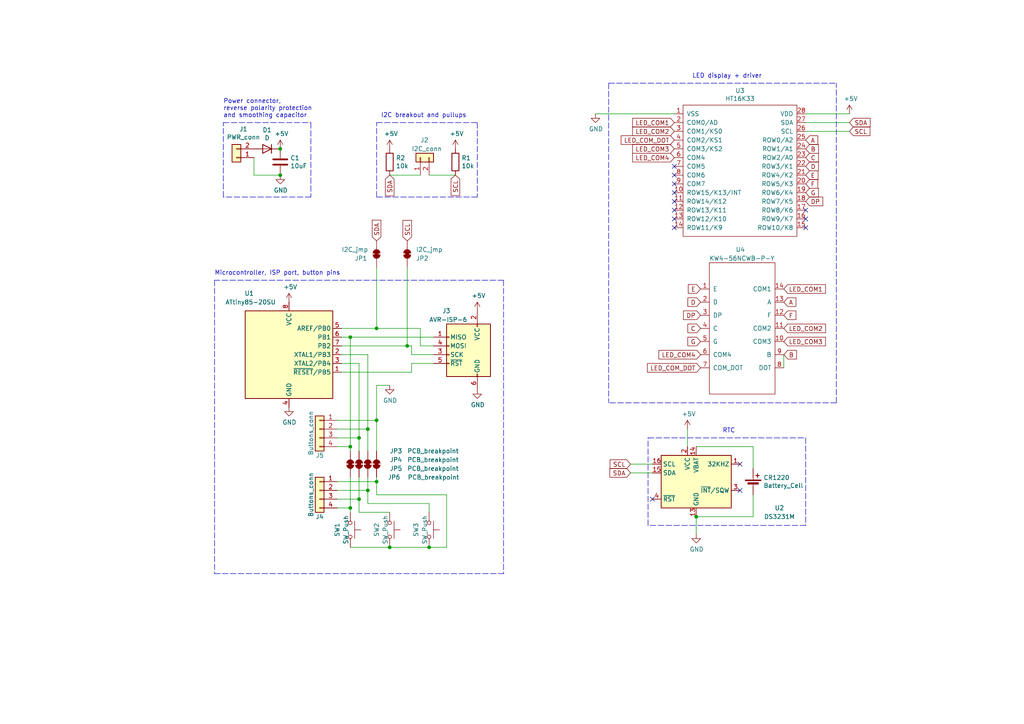
<source format=kicad_sch>
(kicad_sch (version 20231120) (generator "eeschema") (generator_version "8.0")
  (paper "A4")
  (lib_symbols
    (symbol "Connector_Generic:Conn_01x02" (pin_names (offset 1.016) hide)
      (property "Reference" "J" (at 0 2.54 0))
      (property "Value" "Conn_01x02" (at 0 -5.08 0))
      (symbol "Conn_01x02_1_1"
        (rectangle (start -1.27 -2.413) (end 0 -2.667) (stroke (width 0.1524)))
        (rectangle (start -1.27 0.127) (end 0 -0.127) (stroke (width 0.1524)))
        (rectangle (start -1.27 1.27) (end 1.27 -3.81) (stroke (width 0.254)) (fill (type background)))
        (pin passive line (at -5.08 0 0) (length 3.81) (name "Pin_1") (number "1"))
        (pin passive line (at -5.08 -2.54 0) (length 3.81) (name "Pin_2") (number "2"))
      )
    )
    (symbol "Connector_Generic:Conn_01x04" (pin_names (offset 1.016) hide)
      (property "Reference" "J" (at 0 5.08 0))
      (property "Value" "Conn_01x04" (at 0 -7.62 0))
      (symbol "Conn_01x04_1_1"
        (rectangle (start -1.27 -4.953) (end 0 -5.207) (stroke (width 0.1524)))
        (rectangle (start -1.27 -2.413) (end 0 -2.667) (stroke (width 0.1524)))
        (rectangle (start -1.27 0.127) (end 0 -0.127) (stroke (width 0.1524)))
        (rectangle (start -1.27 2.667) (end 0 2.413) (stroke (width 0.1524)))
        (rectangle (start -1.27 3.81) (end 1.27 -6.35) (stroke (width 0.254)) (fill (type background)))
        (pin passive line (at -5.08 2.54 0) (length 3.81) (name "Pin_1") (number "1"))
        (pin passive line (at -5.08 0 0) (length 3.81) (name "Pin_2") (number "2"))
        (pin passive line (at -5.08 -2.54 0) (length 3.81) (name "Pin_3") (number "3"))
        (pin passive line (at -5.08 -5.08 0) (length 3.81) (name "Pin_4") (number "4"))
      )
    )
    (symbol "Device:Battery_Cell" (pin_numbers hide) (pin_names (offset 0) hide)
      (property "Reference" "BT" (at 2.54 2.54 0))
      (property "Value" "Battery_Cell" (at 2.54 0 0))
      (symbol "Battery_Cell_0_1"
        (rectangle (start -2.286 1.778) (end 2.286 1.524) (fill (type outline)))
        (rectangle (start -1.524 1.016) (end 1.524 0.508) (fill (type outline)))
        (polyline (pts (xy 0 0.762) (xy 0 0)))
        (polyline (pts (xy 0 1.778) (xy 0 2.54)))
        (polyline (pts (xy 0.762 3.048) (xy 1.778 3.048)) (stroke (width 0.254)))
        (polyline (pts (xy 1.27 3.556) (xy 1.27 2.54)) (stroke (width 0.254)))
      )
      (symbol "Battery_Cell_1_1"
        (pin passive line (at 0 5.08 270) (length 2.54) (name "+") (number "1"))
        (pin passive line (at 0 -2.54 90) (length 2.54) (name "-") (number "2"))
      )
    )
    (symbol "Device:C" (pin_numbers hide) (pin_names (offset 0.254))
      (property "Reference" "C" (at 0.635 2.54 0))
      (property "Value" "C" (at 0.635 -2.54 0))
      (symbol "C_0_1"
        (polyline (pts (xy -2.032 -0.762) (xy 2.032 -0.762)) (stroke (width 0.508)))
        (polyline (pts (xy -2.032 0.762) (xy 2.032 0.762)) (stroke (width 0.508)))
      )
      (symbol "C_1_1"
        (pin passive line (at 0 3.81 270) (length 2.794) (name "~") (number "1"))
        (pin passive line (at 0 -3.81 90) (length 2.794) (name "~") (number "2"))
      )
    )
    (symbol "Device:D" (pin_numbers hide) (pin_names (offset 1.016) hide)
      (property "Reference" "D" (at 0 2.54 0))
      (property "Value" "D" (at 0 -2.54 0))
      (symbol "D_0_1"
        (polyline (pts (xy -1.27 1.27) (xy -1.27 -1.27)) (stroke (width 0.254)))
        (polyline (pts (xy 1.27 0) (xy -1.27 0)))
        (polyline (pts (xy 1.27 1.27) (xy 1.27 -1.27) (xy -1.27 0) (xy 1.27 1.27)) (stroke (width 0.254)))
      )
      (symbol "D_1_1"
        (pin passive line (at -3.81 0 0) (length 2.54) (name "K") (number "1"))
        (pin passive line (at 3.81 0 180) (length 2.54) (name "A") (number "2"))
      )
    )
    (symbol "Device:R" (pin_numbers hide) (pin_names (offset 0))
      (property "Reference" "R" (at 2.032 0 90))
      (property "Value" "R" (at 0 0 90))
      (symbol "R_0_1"
        (rectangle (start -1.016 -2.54) (end 1.016 2.54) (stroke (width 0.254)))
      )
      (symbol "R_1_1"
        (pin passive line (at 0 3.81 270) (length 1.27) (name "~") (number "1"))
        (pin passive line (at 0 -3.81 90) (length 1.27) (name "~") (number "2"))
      )
    )
    (symbol "Jumper:SolderJumper_2_Bridged" (pin_numbers hide) (pin_names (offset 0) hide) (exclude_from_sim yes) (in_bom no)
      (property "Reference" "JP" (at 0 2.032 0))
      (property "Value" "SolderJumper_2_Bridged" (at 0 -2.54 0))
      (symbol "SolderJumper_2_Bridged_0_1"
        (rectangle (start -0.508 0.508) (end 0.508 -0.508) (fill (type outline)))
        (arc (start -0.254 1.016) (mid -1.2656 0) (end -0.254 -1.016))
        (arc (start -0.254 1.016) (mid -1.2656 0) (end -0.254 -1.016) (fill (type outline)))
        (polyline (pts (xy -0.254 1.016) (xy -0.254 -1.016)))
        (polyline (pts (xy 0.254 1.016) (xy 0.254 -1.016)))
        (arc (start 0.254 -1.016) (mid 1.2656 0) (end 0.254 1.016))
        (arc (start 0.254 -1.016) (mid 1.2656 0) (end 0.254 1.016) (fill (type outline)))
      )
      (symbol "SolderJumper_2_Bridged_1_1"
        (pin passive line (at -3.81 0 0) (length 2.54) (name "A") (number "1"))
        (pin passive line (at 3.81 0 180) (length 2.54) (name "B") (number "2"))
      )
    )
    (symbol "Switch:SW_Push" (pin_numbers hide) (pin_names (offset 1.016) hide)
      (property "Reference" "SW" (at 1.27 2.54 0))
      (property "Value" "SW_Push" (at 0 -1.524 0))
      (symbol "SW_Push_0_1"
        (circle (center -2.032 0) (radius 0.508))
        (polyline (pts (xy 0 1.27) (xy 0 3.048)))
        (polyline (pts (xy 2.54 1.27) (xy -2.54 1.27)))
        (circle (center 2.032 0) (radius 0.508))
        (pin passive line (at -5.08 0 0) (length 2.54) (name "1") (number "1"))
        (pin passive line (at 5.08 0 180) (length 2.54) (name "2") (number "2"))
      )
    )
    (symbol "Timer_RTC:DS3231M"
      (property "Reference" "U" (at -7.62 8.89 0))
      (property "Value" "DS3231M" (at 10.16 8.89 0))
      (symbol "DS3231M_0_1"
        (rectangle (start -10.16 7.62) (end 10.16 -7.62) (stroke (width 0.254)) (fill (type background)))
      )
      (symbol "DS3231M_1_1"
        (pin open_collector line (at 12.7 5.08 180) (length 2.54) (name "32KHZ") (number "1"))
        (pin passive line (at 0 -10.16 90) (length 2.54) hide (name "GND") (number "10"))
        (pin passive line (at 0 -10.16 90) (length 2.54) hide (name "GND") (number "11"))
        (pin passive line (at 0 -10.16 90) (length 2.54) hide (name "GND") (number "12"))
        (pin power_in line (at 0 -10.16 90) (length 2.54) (name "GND") (number "13"))
        (pin power_in line (at 0 10.16 270) (length 2.54) (name "VBAT") (number "14"))
        (pin bidirectional line (at -12.7 2.54 0) (length 2.54) (name "SDA") (number "15"))
        (pin input line (at -12.7 5.08 0) (length 2.54) (name "SCL") (number "16"))
        (pin power_in line (at -2.54 10.16 270) (length 2.54) (name "VCC") (number "2"))
        (pin open_collector line (at 12.7 -2.54 180) (length 2.54) (name "~{INT}/SQW") (number "3"))
        (pin bidirectional line (at -12.7 -5.08 0) (length 2.54) (name "~{RST}") (number "4"))
        (pin passive line (at 0 -10.16 90) (length 2.54) hide (name "GND") (number "5"))
        (pin passive line (at 0 -10.16 90) (length 2.54) hide (name "GND") (number "6"))
        (pin passive line (at 0 -10.16 90) (length 2.54) hide (name "GND") (number "7"))
        (pin passive line (at 0 -10.16 90) (length 2.54) hide (name "GND") (number "8"))
        (pin passive line (at 0 -10.16 90) (length 2.54) hide (name "GND") (number "9"))
      )
    )
    (symbol "clock-rescue:+5V-power" (power) (pin_names (offset 0))
      (property "Value" "power_+5V" (at 0 3.556 0))
      (symbol "+5V-power_0_1"
        (polyline (pts (xy -0.762 1.27) (xy 0 2.54)))
        (polyline (pts (xy 0 0) (xy 0 2.54)))
        (polyline (pts (xy 0 2.54) (xy 0.762 1.27)))
      )
      (symbol "+5V-power_1_1"
        (pin power_in line (at 0 0 90) (length 0) hide (name "+5V") (number "1"))
      )
    )
    (symbol "clock-rescue:ATtiny85-20SU-MCU_Microchip_ATtiny"
      (property "Reference" "U" (at -12.7 13.97 0))
      (property "Value" "MCU_Microchip_ATtiny_ATtiny85-20SU" (at 2.54 -13.97 0))
      (symbol "ATtiny85-20SU-MCU_Microchip_ATtiny_0_1"
        (rectangle (start -12.7 -12.7) (end 12.7 12.7) (stroke (width 0.254)) (fill (type background)))
      )
      (symbol "ATtiny85-20SU-MCU_Microchip_ATtiny_1_1"
        (pin tri_state line (at 15.24 -5.08 180) (length 2.54) (name "~{RESET}/PB5") (number "1"))
        (pin tri_state line (at 15.24 0 180) (length 2.54) (name "XTAL1/PB3") (number "2"))
        (pin tri_state line (at 15.24 -2.54 180) (length 2.54) (name "XTAL2/PB4") (number "3"))
        (pin power_in line (at 0 -15.24 90) (length 2.54) (name "GND") (number "4"))
        (pin tri_state line (at 15.24 7.62 180) (length 2.54) (name "AREF/PB0") (number "5"))
        (pin tri_state line (at 15.24 5.08 180) (length 2.54) (name "PB1") (number "6"))
        (pin tri_state line (at 15.24 2.54 180) (length 2.54) (name "PB2") (number "7"))
        (pin power_in line (at 0 15.24 270) (length 2.54) (name "VCC") (number "8"))
      )
    )
    (symbol "clock-rescue:AVR-ISP-6-Connector" (pin_names (offset 1.016))
      (property "Reference" "J" (at 0 10.16 0))
      (property "Value" "Connector_AVR-ISP-6" (at 0 -7.62 0))
      (symbol "AVR-ISP-6-Connector_0_1"
        (rectangle (start -2.667 -5.588) (end -2.413 -6.35))
        (rectangle (start -2.667 8.89) (end -2.413 8.128))
        (rectangle (start 6.35 -2.413) (end 5.588 -2.667))
        (rectangle (start 6.35 0.127) (end 5.588 -0.127))
        (rectangle (start 6.35 2.667) (end 5.588 2.413))
        (rectangle (start 6.35 5.207) (end 5.588 4.953))
        (rectangle (start 6.35 8.89) (end -6.35 -6.35) (stroke (width 0.254)) (fill (type background)))
      )
      (symbol "AVR-ISP-6-Connector_1_1"
        (pin passive line (at 10.16 5.08 180) (length 3.81) (name "MISO") (number "1"))
        (pin power_in line (at -2.54 12.7 270) (length 3.81) (name "VCC") (number "2"))
        (pin passive line (at 10.16 0 180) (length 3.81) (name "SCK") (number "3"))
        (pin passive line (at 10.16 2.54 180) (length 3.81) (name "MOSI") (number "4"))
        (pin passive line (at 10.16 -2.54 180) (length 3.81) (name "~{RST}") (number "5"))
        (pin power_in line (at -2.54 -10.16 90) (length 3.81) (name "GND") (number "6"))
      )
    )
    (symbol "clock-rescue:GND-power" (power) (pin_names (offset 0))
      (property "Value" "power_GND" (at 0 -3.81 0))
      (symbol "GND-power_0_1"
        (polyline (pts (xy 0 0) (xy 0 -1.27) (xy 1.27 -1.27) (xy 0 -2.54) (xy -1.27 -1.27) (xy 0 -1.27)))
      )
      (symbol "GND-power_1_1"
        (pin power_in line (at 0 0 270) (length 0) hide (name "GND") (number "1"))
      )
    )
    (symbol "clock-rescue:HT16K33-HT16K33" (pin_names (offset 1.016))
      (property "Reference" "U" (at 0 0 0))
      (property "Value" "HT16K33_HT16K33" (at 0 20.32 0))
      (symbol "HT16K33-HT16K33_0_1"
        (rectangle (start -16.51 19.05) (end 16.51 -19.05))
      )
      (symbol "HT16K33-HT16K33_1_1"
        (pin input line (at -19.05 16.51 0) (length 2.54) (name "VSS") (number "1"))
        (pin input line (at -19.05 -6.35 0) (length 2.54) (name "ROW15/K13/INT") (number "10"))
        (pin input line (at -19.05 -8.89 0) (length 2.54) (name "ROW14/K12") (number "11"))
        (pin input line (at -19.05 -11.43 0) (length 2.54) (name "ROW13/K11") (number "12"))
        (pin input line (at -19.05 -13.97 0) (length 2.54) (name "ROW12/K10") (number "13"))
        (pin input line (at -19.05 -16.51 0) (length 2.54) (name "ROW11/K9") (number "14"))
        (pin input line (at 19.05 -16.51 180) (length 2.54) (name "ROW10/K8") (number "15"))
        (pin input line (at 19.05 -13.97 180) (length 2.54) (name "ROW9/K7") (number "16"))
        (pin input line (at 19.05 -11.43 180) (length 2.54) (name "ROW8/K6") (number "17"))
        (pin input line (at 19.05 -8.89 180) (length 2.54) (name "ROW7/K5") (number "18"))
        (pin input line (at 19.05 -6.35 180) (length 2.54) (name "ROW6/K4") (number "19"))
        (pin input line (at -19.05 13.97 0) (length 2.54) (name "COM0/AD") (number "2"))
        (pin input line (at 19.05 -3.81 180) (length 2.54) (name "ROW5/K3") (number "20"))
        (pin input line (at 19.05 -1.27 180) (length 2.54) (name "ROW4/K2") (number "21"))
        (pin input line (at 19.05 1.27 180) (length 2.54) (name "ROW3/K1") (number "22"))
        (pin input line (at 19.05 3.81 180) (length 2.54) (name "ROW2/A0") (number "23"))
        (pin input line (at 19.05 6.35 180) (length 2.54) (name "ROW1/A1") (number "24"))
        (pin input line (at 19.05 8.89 180) (length 2.54) (name "ROW0/A2") (number "25"))
        (pin input line (at 19.05 11.43 180) (length 2.54) (name "SCL") (number "26"))
        (pin input line (at 19.05 13.97 180) (length 2.54) (name "SDA") (number "27"))
        (pin input line (at 19.05 16.51 180) (length 2.54) (name "VDD") (number "28"))
        (pin input line (at -19.05 11.43 0) (length 2.54) (name "COM1/KS0") (number "3"))
        (pin input line (at -19.05 8.89 0) (length 2.54) (name "COM2/KS1") (number "4"))
        (pin input line (at -19.05 6.35 0) (length 2.54) (name "COM3/KS2") (number "5"))
        (pin input line (at -19.05 3.81 0) (length 2.54) (name "COM4") (number "6"))
        (pin input line (at -19.05 1.27 0) (length 2.54) (name "COM5") (number "7"))
        (pin input line (at -19.05 -1.27 0) (length 2.54) (name "COM6") (number "8"))
        (pin input line (at -19.05 -3.81 0) (length 2.54) (name "COM7") (number "9"))
      )
    )
    (symbol "clock-rescue:KW4-56NCWB-P-Y-7_segment" (pin_names (offset 1.016))
      (property "Reference" "U" (at -15.24 -3.81 0))
      (property "Value" "7_segment_KW4-56NCWB-P-Y" (at -1.27 -1.27 0))
      (symbol "KW4-56NCWB-P-Y-7_segment_0_1"
        (rectangle (start -17.78 8.89) (end 20.32 -10.16))
      )
      (symbol "KW4-56NCWB-P-Y-7_segment_1_1"
        (pin input line (at -10.16 -12.7 90) (length 2.54) (name "E") (number "1"))
        (pin input line (at 5.08 11.43 270) (length 2.54) (name "COM3") (number "10"))
        (pin input line (at 1.27 11.43 270) (length 2.54) (name "COM2") (number "11"))
        (pin input line (at -2.54 11.43 270) (length 2.54) (name "F") (number "12"))
        (pin input line (at -6.35 11.43 270) (length 2.54) (name "A") (number "13"))
        (pin input line (at -10.16 11.43 270) (length 2.54) (name "COM1") (number "14"))
        (pin input line (at -6.35 -12.7 90) (length 2.54) (name "D") (number "2"))
        (pin input line (at -2.54 -12.7 90) (length 2.54) (name "DP") (number "3"))
        (pin input line (at 1.27 -12.7 90) (length 2.54) (name "C") (number "4"))
        (pin input line (at 5.08 -12.7 90) (length 2.54) (name "G") (number "5"))
        (pin input line (at 8.89 -12.7 90) (length 2.54) (name "COM4") (number "6"))
        (pin input line (at 12.7 -12.7 90) (length 2.54) (name "COM_DOT") (number "7"))
        (pin input line (at 12.7 11.43 270) (length 2.54) (name "DOT") (number "8"))
        (pin input line (at 8.89 11.43 270) (length 2.54) (name "B") (number "9"))
      )
    )
  )
  (junction (at 101.6 147.32))
  (junction (at 106.68 124.46))
  (junction (at 109.22 95.25))
  (junction (at 81.28 43.18))
  (junction (at 104.14 144.78))
  (junction (at 124.46 158.75))
  (junction (at 113.03 158.75))
  (junction (at 109.22 139.7))
  (junction (at 101.6 97.79))
  (junction (at 109.22 121.92))
  (junction (at 101.6 129.54))
  (junction (at 201.93 149.86))
  (junction (at 118.11 100.33))
  (junction (at 81.28 50.8))
  (junction (at 104.14 127))
  (junction (at 106.68 142.24))
  (no_connect (at 195.58 53.34))
  (no_connect (at 195.58 66.04))
  (no_connect (at 195.58 63.5))
  (no_connect (at 189.23 144.78))
  (no_connect (at 233.68 66.04))
  (no_connect (at 195.58 55.88))
  (no_connect (at 214.63 134.62))
  (no_connect (at 233.68 60.96))
  (no_connect (at 214.63 142.24))
  (no_connect (at 195.58 50.8))
  (no_connect (at 195.58 60.96))
  (no_connect (at 195.58 58.42))
  (no_connect (at 195.58 48.26))
  (no_connect (at 233.68 63.5))
  (wire (pts (xy 129.54 143.51) (xy 129.54 158.75)))
  (wire (pts (xy 104.14 105.41) (xy 104.14 127)))
  (wire (pts (xy 101.6 147.32) (xy 97.79 147.32)))
  (wire (pts (xy 121.92 100.33) (xy 125.73 100.33)))
  (wire (pts (xy 109.22 143.51) (xy 129.54 143.51)))
  (polyline (pts (xy 242.57 116.84) (xy 176.53 116.84)) (stroke (width 0) (type dash)))
  (wire (pts (xy 101.6 147.32) (xy 101.6 148.59)))
  (wire (pts (xy 99.06 100.33) (xy 118.11 100.33)))
  (wire (pts (xy 99.06 107.95) (xy 119.38 107.95)))
  (wire (pts (xy 233.68 33.02) (xy 246.38 33.02)))
  (wire (pts (xy 109.22 111.76) (xy 109.22 121.92)))
  (wire (pts (xy 106.68 138.43) (xy 106.68 142.24)))
  (wire (pts (xy 218.44 149.86) (xy 218.44 143.51)))
  (polyline (pts (xy 233.68 152.4) (xy 187.96 152.4)) (stroke (width 0) (type dash)))
  (wire (pts (xy 109.22 111.76) (xy 113.03 111.76)))
  (polyline (pts (xy 64.77 35.56) (xy 90.17 35.56)) (stroke (width 0) (type dash)))
  (wire (pts (xy 106.68 124.46) (xy 106.68 130.81)))
  (wire (pts (xy 104.14 127) (xy 104.14 130.81)))
  (wire (pts (xy 104.14 138.43) (xy 104.14 144.78)))
  (polyline (pts (xy 146.05 81.28) (xy 146.05 166.37)) (stroke (width 0) (type dash)))
  (polyline (pts (xy 146.05 81.28) (xy 62.23 81.28)) (stroke (width 0) (type dash)))
  (wire (pts (xy 104.14 148.59) (xy 113.03 148.59)))
  (wire (pts (xy 99.06 95.25) (xy 109.22 95.25)))
  (polyline (pts (xy 62.23 81.28) (xy 62.23 166.37)) (stroke (width 0) (type dash)))
  (wire (pts (xy 97.79 139.7) (xy 109.22 139.7)))
  (wire (pts (xy 218.44 135.89) (xy 218.44 129.54)))
  (wire (pts (xy 119.38 105.41) (xy 125.73 105.41)))
  (wire (pts (xy 97.79 124.46) (xy 106.68 124.46)))
  (polyline (pts (xy 62.23 166.37) (xy 146.05 166.37)) (stroke (width 0) (type dash)))
  (polyline (pts (xy 109.22 57.15) (xy 109.22 35.56)) (stroke (width 0) (type dash)))
  (polyline (pts (xy 138.43 35.56) (xy 138.43 57.15)) (stroke (width 0) (type dash)))
  (wire (pts (xy 97.79 121.92) (xy 109.22 121.92)))
  (polyline (pts (xy 187.96 127) (xy 233.68 127)) (stroke (width 0) (type dash)))
  (polyline (pts (xy 64.77 57.15) (xy 64.77 35.56)) (stroke (width 0) (type dash)))
  (wire (pts (xy 199.39 129.54) (xy 199.39 124.46)))
  (wire (pts (xy 101.6 97.79) (xy 125.73 97.79)))
  (wire (pts (xy 182.88 137.16) (xy 189.23 137.16)))
  (wire (pts (xy 109.22 95.25) (xy 121.92 95.25)))
  (wire (pts (xy 109.22 138.43) (xy 109.22 139.7)))
  (wire (pts (xy 124.46 146.05) (xy 124.46 148.59)))
  (wire (pts (xy 119.38 102.87) (xy 125.73 102.87)))
  (wire (pts (xy 109.22 77.47) (xy 109.22 95.25)))
  (polyline (pts (xy 90.17 57.15) (xy 64.77 57.15)) (stroke (width 0) (type dash)))
  (wire (pts (xy 172.72 33.02) (xy 195.58 33.02)))
  (wire (pts (xy 201.93 149.86) (xy 201.93 154.94)))
  (wire (pts (xy 73.66 45.72) (xy 73.66 50.8)))
  (wire (pts (xy 119.38 107.95) (xy 119.38 105.41)))
  (wire (pts (xy 101.6 138.43) (xy 101.6 147.32)))
  (wire (pts (xy 227.33 102.87) (xy 227.33 106.68)))
  (wire (pts (xy 104.14 144.78) (xy 97.79 144.78)))
  (wire (pts (xy 121.92 95.25) (xy 121.92 100.33)))
  (wire (pts (xy 97.79 127) (xy 104.14 127)))
  (wire (pts (xy 101.6 129.54) (xy 101.6 130.81)))
  (wire (pts (xy 119.38 100.33) (xy 119.38 102.87)))
  (wire (pts (xy 182.88 134.62) (xy 189.23 134.62)))
  (polyline (pts (xy 233.68 127) (xy 233.68 152.4)) (stroke (width 0) (type dash)))
  (polyline (pts (xy 242.57 116.84) (xy 242.57 24.13)) (stroke (width 0) (type dash)))
  (polyline (pts (xy 138.43 57.15) (xy 109.22 57.15)) (stroke (width 0) (type dash)))
  (wire (pts (xy 99.06 105.41) (xy 104.14 105.41)))
  (wire (pts (xy 97.79 129.54) (xy 101.6 129.54)))
  (polyline (pts (xy 176.53 24.13) (xy 242.57 24.13)) (stroke (width 0) (type dash)))
  (wire (pts (xy 201.93 149.86) (xy 218.44 149.86)))
  (polyline (pts (xy 176.53 24.13) (xy 176.53 116.84)) (stroke (width 0) (type dash)))
  (polyline (pts (xy 187.96 152.4) (xy 187.96 127)) (stroke (width 0) (type dash)))
  (wire (pts (xy 106.68 142.24) (xy 106.68 146.05)))
  (wire (pts (xy 113.03 158.75) (xy 101.6 158.75)))
  (polyline (pts (xy 109.22 35.56) (xy 138.43 35.56)) (stroke (width 0) (type dash)))
  (wire (pts (xy 73.66 50.8) (xy 81.28 50.8)))
  (wire (pts (xy 118.11 77.47) (xy 118.11 100.33)))
  (wire (pts (xy 218.44 129.54) (xy 201.93 129.54)))
  (wire (pts (xy 104.14 144.78) (xy 104.14 148.59)))
  (wire (pts (xy 124.46 50.8) (xy 132.08 50.8)))
  (wire (pts (xy 113.03 50.8) (xy 121.92 50.8)))
  (wire (pts (xy 99.06 97.79) (xy 101.6 97.79)))
  (wire (pts (xy 124.46 158.75) (xy 129.54 158.75)))
  (wire (pts (xy 109.22 121.92) (xy 109.22 130.81)))
  (wire (pts (xy 101.6 97.79) (xy 101.6 129.54)))
  (wire (pts (xy 109.22 139.7) (xy 109.22 143.51)))
  (wire (pts (xy 106.68 142.24) (xy 97.79 142.24)))
  (wire (pts (xy 99.06 102.87) (xy 106.68 102.87)))
  (wire (pts (xy 106.68 102.87) (xy 106.68 124.46)))
  (wire (pts (xy 233.68 38.1) (xy 246.38 38.1)))
  (wire (pts (xy 124.46 158.75) (xy 113.03 158.75)))
  (wire (pts (xy 106.68 146.05) (xy 124.46 146.05)))
  (wire (pts (xy 118.11 100.33) (xy 119.38 100.33)))
  (polyline (pts (xy 90.17 35.56) (xy 90.17 57.15)) (stroke (width 0) (type dash)))
  (wire (pts (xy 233.68 35.56) (xy 246.38 35.56)))
  (text "Microcontroller, ISP port, button pins" (at 62.23 80.01 0) (effects (font (size 1.27 1.27)) (justify left bottom)))
  (text "I2C breakout and pullups" (at 110.49 34.29 0) (effects (font (size 1.27 1.27)) (justify left bottom)))
  (text "RTC" (at 209.55 125.73 0) (effects (font (size 1.27 1.27)) (justify left bottom)))
  (text "LED display + driver" (at 220.98 22.86 0) (effects (font (size 1.27 1.27)) (justify right bottom)))
  (text "Power connector,\nreverse polarity protection\nand smoothing capacitor" (at 64.77 34.29 0) (effects (font (size 1.27 1.27)) (justify left bottom)))
  (global_label "SCL" (shape input) (at 118.11 69.85 90) (property "Intersheetrefs" "${INTERSHEET_REFS}" (effects (hide yes))))
  (global_label "C" (shape input) (at 203.2 95.25 180) (property "Intersheetrefs" "${INTERSHEET_REFS}" (effects (hide yes))))
  (global_label "SCL" (shape input) (at 246.38 38.1 0) (property "Intersheetrefs" "${INTERSHEET_REFS}" (effects (hide yes))))
  (global_label "SDA" (shape input) (at 113.03 50.8 270) (property "Intersheetrefs" "${INTERSHEET_REFS}" (effects (hide yes))))
  (global_label "DP" (shape input) (at 233.68 58.42 0) (property "Intersheetrefs" "${INTERSHEET_REFS}" (effects (hide yes))))
  (global_label "D" (shape input) (at 233.68 48.26 0) (property "Intersheetrefs" "${INTERSHEET_REFS}" (effects (hide yes))))
  (global_label "LED_COM3" (shape input) (at 195.58 43.18 180) (property "Intersheetrefs" "${INTERSHEET_REFS}" (effects (hide yes))))
  (global_label "SDA" (shape input) (at 182.88 137.16 180) (property "Intersheetrefs" "${INTERSHEET_REFS}" (effects (hide yes))))
  (global_label "B" (shape input) (at 227.33 102.87 0) (property "Intersheetrefs" "${INTERSHEET_REFS}" (effects (hide yes))))
  (global_label "G" (shape input) (at 203.2 99.06 180) (property "Intersheetrefs" "${INTERSHEET_REFS}" (effects (hide yes))))
  (global_label "B" (shape input) (at 233.68 43.18 0) (property "Intersheetrefs" "${INTERSHEET_REFS}" (effects (hide yes))))
  (global_label "A" (shape input) (at 227.33 87.63 0) (property "Intersheetrefs" "${INTERSHEET_REFS}" (effects (hide yes))))
  (global_label "LED_COM4" (shape input) (at 195.58 45.72 180) (property "Intersheetrefs" "${INTERSHEET_REFS}" (effects (hide yes))))
  (global_label "LED_COM3" (shape input) (at 227.33 99.06 0) (property "Intersheetrefs" "${INTERSHEET_REFS}" (effects (hide yes))))
  (global_label "LED_COM_DOT" (shape input) (at 203.2 106.68 180) (property "Intersheetrefs" "${INTERSHEET_REFS}" (effects (hide yes))))
  (global_label "SCL" (shape input) (at 182.88 134.62 180) (property "Intersheetrefs" "${INTERSHEET_REFS}" (effects (hide yes))))
  (global_label "F" (shape input) (at 233.68 53.34 0) (property "Intersheetrefs" "${INTERSHEET_REFS}" (effects (hide yes))))
  (global_label "D" (shape input) (at 203.2 87.63 180) (property "Intersheetrefs" "${INTERSHEET_REFS}" (effects (hide yes))))
  (global_label "SDA" (shape input) (at 109.22 69.85 90) (property "Intersheetrefs" "${INTERSHEET_REFS}" (effects (hide yes))))
  (global_label "LED_COM1" (shape input) (at 195.58 35.56 180) (property "Intersheetrefs" "${INTERSHEET_REFS}" (effects (hide yes))))
  (global_label "LED_COM1" (shape input) (at 227.33 83.82 0) (property "Intersheetrefs" "${INTERSHEET_REFS}" (effects (hide yes))))
  (global_label "SCL" (shape input) (at 132.08 50.8 270) (property "Intersheetrefs" "${INTERSHEET_REFS}" (effects (hide yes))))
  (global_label "SDA" (shape input) (at 246.38 35.56 0) (property "Intersheetrefs" "${INTERSHEET_REFS}" (effects (hide yes))))
  (global_label "G" (shape input) (at 233.68 55.88 0) (property "Intersheetrefs" "${INTERSHEET_REFS}" (effects (hide yes))))
  (global_label "LED_COM_DOT" (shape input) (at 195.58 40.64 180) (property "Intersheetrefs" "${INTERSHEET_REFS}" (effects (hide yes))))
  (global_label "E" (shape input) (at 203.2 83.82 180) (property "Intersheetrefs" "${INTERSHEET_REFS}" (effects (hide yes))))
  (global_label "C" (shape input) (at 233.68 45.72 0) (property "Intersheetrefs" "${INTERSHEET_REFS}" (effects (hide yes))))
  (global_label "LED_COM2" (shape input) (at 195.58 38.1 180) (property "Intersheetrefs" "${INTERSHEET_REFS}" (effects (hide yes))))
  (global_label "DP" (shape input) (at 203.2 91.44 180) (property "Intersheetrefs" "${INTERSHEET_REFS}" (effects (hide yes))))
  (global_label "E" (shape input) (at 233.68 50.8 0) (property "Intersheetrefs" "${INTERSHEET_REFS}" (effects (hide yes))))
  (global_label "LED_COM4" (shape input) (at 203.2 102.87 180) (property "Intersheetrefs" "${INTERSHEET_REFS}" (effects (hide yes))))
  (global_label "F" (shape input) (at 227.33 91.44 0) (property "Intersheetrefs" "${INTERSHEET_REFS}" (effects (hide yes))))
  (global_label "LED_COM2" (shape input) (at 227.33 95.25 0) (property "Intersheetrefs" "${INTERSHEET_REFS}" (effects (hide yes))))
  (global_label "A" (shape input) (at 233.68 40.64 0) (property "Intersheetrefs" "${INTERSHEET_REFS}" (effects (hide yes))))
  (symbol (lib_id "clock-rescue:ATtiny85-20SU-MCU_Microchip_ATtiny") (at 83.82 102.87 0) (unit 1)
    (property "Reference" "U1" (at 73.66 85.09 0) (effects (justify right)))
    (property "Value" "ATtiny85-20SU" (at 80.01 87.63 0) (effects (justify right)))
    (property "Footprint" "Package_SO:SOIJ-8_5.3x5.3mm_P1.27mm" (effects (hide yes)))
    (property "Datasheet" "http://ww1.microchip.com/downloads/en/DeviceDoc/atmel-2586-avr-8-bit-microcontroller-attiny25-attiny45-attiny85_datasheet.pdf" (effects (hide yes)))
  )
  (symbol (lib_id "Timer_RTC:DS3231M") (at 201.93 139.7 0) (unit 1)
    (property "Reference" "U2" (at 226.06 147.32 0))
    (property "Value" "DS3231M" (at 226.06 149.86 0))
    (property "Footprint" "Package_SO:SOIC-16W_7.5x10.3mm_P1.27mm" (effects (hide yes)))
    (property "Datasheet" "http://datasheets.maximintegrated.com/en/ds/DS3231.pdf" (effects (hide yes)))
  )
  (symbol (lib_id "clock-rescue:KW4-56NCWB-P-Y-7_segment") (at 215.9 93.98 270) (unit 1)
    (property "Reference" "U4" (at 213.36 72.39 90) (effects (justify left)))
    (property "Value" "KW4-56NCWB-P-Y" (at 205.74 74.93 90) (effects (justify left)))
    (property "Footprint" "display7seg:7segment" (effects (hide yes)))
  )
  (symbol (lib_id "clock-rescue:+5V-power") (at 83.82 87.63 0) (unit 1)
    (property "Reference" "#PWR01" (effects (hide yes)))
    (property "Value" "+5V" (at 84.201 83.2358 0))
  )
  (symbol (lib_id "clock-rescue:+5V-power") (at 199.39 124.46 0) (unit 1)
    (property "Reference" "#PWR011" (effects (hide yes)))
    (property "Value" "+5V" (at 199.771 120.0658 0))
  )
  (symbol (lib_id "clock-rescue:+5V-power") (at 246.38 33.02 0) (unit 1)
    (property "Reference" "#PWR013" (effects (hide yes)))
    (property "Value" "+5V" (at 246.761 28.6258 0))
  )
  (symbol (lib_id "clock-rescue:GND-power") (at 83.82 118.11 0) (unit 1)
    (property "Reference" "#PWR02" (effects (hide yes)))
    (property "Value" "GND" (at 83.947 122.5042 0))
  )
  (symbol (lib_id "clock-rescue:GND-power") (at 201.93 154.94 0) (unit 1)
    (property "Reference" "#PWR012" (effects (hide yes)))
    (property "Value" "GND" (at 202.057 159.3342 0))
  )
  (symbol (lib_id "clock-rescue:GND-power") (at 172.72 33.02 0) (unit 1)
    (property "Reference" "#PWR010" (effects (hide yes)))
    (property "Value" "GND" (at 172.847 37.4142 0))
  )
  (symbol (lib_id "Device:Battery_Cell") (at 218.44 140.97 0) (unit 1)
    (property "Reference" "CR1220" (at 221.4372 138.5316 0) (effects (justify left)))
    (property "Value" "Battery_Cell" (at 221.4372 140.843 0) (effects (justify left)))
    (property "Footprint" "Battery:BatteryHolder_Keystone_3001_1x12mm" (effects (hide yes)))
  )
  (symbol (lib_id "Device:R") (at 113.03 46.99 0) (unit 1)
    (property "Reference" "R2" (at 114.808 45.8216 0) (effects (justify left)))
    (property "Value" "10k" (at 114.808 48.133 0) (effects (justify left)))
    (property "Footprint" "Resistor_SMD:R_0805_2012Metric_Pad1.15x1.40mm_HandSolder" (effects (hide yes)))
  )
  (symbol (lib_id "Device:R") (at 132.08 46.99 0) (unit 1)
    (property "Reference" "R1" (at 133.858 45.8216 0) (effects (justify left)))
    (property "Value" "10k" (at 133.858 48.133 0) (effects (justify left)))
    (property "Footprint" "Resistor_SMD:R_0805_2012Metric_Pad1.15x1.40mm_HandSolder" (effects (hide yes)))
  )
  (symbol (lib_id "clock-rescue:+5V-power") (at 132.08 43.18 0) (unit 1)
    (property "Reference" "#PWR03" (effects (hide yes)))
    (property "Value" "+5V" (at 132.461 38.7858 0))
  )
  (symbol (lib_id "clock-rescue:+5V-power") (at 113.03 43.18 0) (unit 1)
    (property "Reference" "#PWR07" (effects (hide yes)))
    (property "Value" "+5V" (at 113.411 38.7858 0))
  )
  (symbol (lib_id "clock-rescue:GND-power") (at 81.28 50.8 0) (unit 1)
    (property "Reference" "#PWR05" (effects (hide yes)))
    (property "Value" "GND" (at 81.407 55.1942 0))
  )
  (symbol (lib_id "clock-rescue:+5V-power") (at 81.28 43.18 0) (unit 1)
    (property "Reference" "#PWR04" (effects (hide yes)))
    (property "Value" "+5V" (at 81.661 38.7858 0))
  )
  (symbol (lib_id "Device:C") (at 81.28 46.99 0) (unit 1)
    (property "Reference" "C1" (at 84.201 45.8216 0) (effects (justify left)))
    (property "Value" "10uF" (at 84.201 48.133 0) (effects (justify left)))
    (property "Footprint" "Capacitor_SMD:C_0805_2012Metric_Pad1.15x1.40mm_HandSolder" (effects (hide yes)))
  )
  (symbol (lib_id "Switch:SW_Push") (at 124.46 153.67 270) (unit 1)
    (property "Reference" "SW3" (at 120.65 153.67 0))
    (property "Value" "SW_Push" (at 123.19 153.67 0))
    (property "Footprint" "Button_Switch_THT:SW_PUSH_6mm" (effects (hide yes)))
  )
  (symbol (lib_id "Switch:SW_Push") (at 113.03 153.67 270) (unit 1)
    (property "Reference" "SW2" (at 109.22 153.67 0))
    (property "Value" "SW_Push" (at 111.76 153.67 0))
    (property "Footprint" "Button_Switch_THT:SW_PUSH_6mm" (effects (hide yes)))
  )
  (symbol (lib_id "Switch:SW_Push") (at 101.6 153.67 270) (unit 1)
    (property "Reference" "SW1" (at 97.79 153.67 0))
    (property "Value" "SW_Push" (at 100.33 153.67 0))
    (property "Footprint" "Button_Switch_THT:SW_PUSH_6mm" (effects (hide yes)))
  )
  (symbol (lib_id "clock-rescue:GND-power") (at 113.03 111.76 0) (unit 1)
    (property "Reference" "#PWR06" (effects (hide yes)))
    (property "Value" "GND" (at 113.157 116.1542 0))
  )
  (symbol (lib_id "clock-rescue:HT16K33-HT16K33") (at 214.63 49.53 0) (unit 1)
    (property "Reference" "U3" (at 214.63 26.289 0))
    (property "Value" "HT16K33" (at 214.63 28.6004 0))
    (property "Footprint" "ht16k33:HT16K33" (effects (hide yes)))
  )
  (symbol (lib_id "clock-rescue:AVR-ISP-6-Connector") (at 135.89 102.87 0) (mirror y) (unit 1)
    (property "Reference" "J3" (at 128.27 90.17 0) (effects (justify right)))
    (property "Value" "AVR-ISP-6" (at 124.46 92.71 0) (effects (justify right)))
    (property "Footprint" "Connector_PinHeader_2.54mm:PinHeader_2x03_P2.54mm_Vertical" (effects (hide yes)))
    (property "Datasheet" " ~" (effects (hide yes)))
  )
  (symbol (lib_id "Device:D") (at 77.47 43.18 180) (unit 1)
    (property "Reference" "D1" (at 77.47 37.6936 0))
    (property "Value" "D" (at 77.47 40.005 0))
    (property "Footprint" "Diode_SMD:D_0805_2012Metric_Pad1.15x1.40mm_HandSolder" (effects (hide yes)))
  )
  (symbol (lib_id "clock-rescue:GND-power") (at 138.43 113.03 0) (unit 1)
    (property "Reference" "#PWR09" (effects (hide yes)))
    (property "Value" "GND" (at 138.557 117.4242 0))
  )
  (symbol (lib_id "clock-rescue:+5V-power") (at 138.43 90.17 0) (unit 1)
    (property "Reference" "#PWR08" (effects (hide yes)))
    (property "Value" "+5V" (at 138.811 85.7758 0))
  )
  (symbol (lib_id "Connector_Generic:Conn_01x02") (at 121.92 45.72 90) (unit 1)
    (property "Reference" "J2" (at 121.92 40.64 90) (effects (justify right)))
    (property "Value" "I2C_conn" (at 119.38 43.18 90) (effects (justify right)))
    (property "Footprint" "Connector_PinHeader_2.54mm:PinHeader_1x02_P2.54mm_Vertical" (effects (hide yes)))
  )
  (symbol (lib_id "Connector_Generic:Conn_01x02") (at 68.58 45.72 180) (unit 1)
    (property "Reference" "J1" (at 70.612 37.465 0))
    (property "Value" "PWR_conn" (at 70.612 39.7764 0))
    (property "Footprint" "Connector_PinHeader_2.54mm:PinHeader_1x02_P2.54mm_Vertical" (effects (hide yes)))
  )
  (symbol (lib_id "Connector_Generic:Conn_01x04") (at 92.71 124.46 0) (mirror y) (unit 1)
    (property "Reference" "J5" (at 93.98 132.08 0) (effects (justify left)))
    (property "Value" "Buttons_conn" (at 90.17 132.08 90) (effects (justify left)))
    (property "Footprint" "Connector_PinHeader_2.54mm:PinHeader_1x04_P2.54mm_Vertical" (effects (hide yes)))
  )
  (symbol (lib_id "Connector_Generic:Conn_01x04") (at 92.71 142.24 0) (mirror y) (unit 1)
    (property "Reference" "J4" (at 92.71 149.86 0))
    (property "Value" "Buttons_conn" (at 90.17 143.51 90))
    (property "Footprint" "Connector_PinHeader_2.54mm:PinHeader_1x04_P2.54mm_Vertical" (effects (hide yes)))
  )
  (symbol (lib_id "Jumper:SolderJumper_2_Bridged") (at 101.6 134.62 270) (unit 1)
    (property "Reference" "JP3" (at 113.03 130.81 90) (effects (justify left)))
    (property "Value" "PCB_breakpoint" (at 118.11 130.81 90) (effects (justify left)))
    (property "Footprint" "Jumper:SolderJumper-2_P1.3mm_Bridged_RoundedPad1.0x1.5mm" (effects (hide yes)))
  )
  (symbol (lib_id "Jumper:SolderJumper_2_Bridged") (at 104.14 134.62 270) (unit 1)
    (property "Reference" "JP4" (at 113.03 133.35 90) (effects (justify left)))
    (property "Value" "PCB_breakpoint" (at 118.11 133.35 90) (effects (justify left)))
    (property "Footprint" "Jumper:SolderJumper-2_P1.3mm_Bridged_RoundedPad1.0x1.5mm" (effects (hide yes)))
  )
  (symbol (lib_id "Jumper:SolderJumper_2_Bridged") (at 106.68 134.62 270) (unit 1)
    (property "Reference" "JP5" (at 113.03 135.89 90) (effects (justify left)))
    (property "Value" "PCB_breakpoint" (at 118.11 135.89 90) (effects (justify left)))
    (property "Footprint" "Jumper:SolderJumper-2_P1.3mm_Bridged_RoundedPad1.0x1.5mm" (effects (hide yes)))
  )
  (symbol (lib_id "Jumper:SolderJumper_2_Bridged") (at 109.22 134.62 270) (unit 1)
    (property "Reference" "JP6" (at 114.3 138.43 90))
    (property "Value" "PCB_breakpoint" (at 125.73 138.43 90))
    (property "Footprint" "Jumper:SolderJumper-2_P1.3mm_Bridged_RoundedPad1.0x1.5mm" (effects (hide yes)))
  )
  (symbol (lib_id "Jumper:SolderJumper_2_Bridged") (at 109.22 73.66 270) (unit 1)
    (property "Reference" "JP1" (at 102.87 74.93 90) (effects (justify left)))
    (property "Value" "I2C_jmp" (at 99.06 72.39 90) (effects (justify left)))
    (property "Footprint" "Jumper:SolderJumper-2_P1.3mm_Bridged_RoundedPad1.0x1.5mm" (effects (hide yes)))
  )
  (symbol (lib_id "Jumper:SolderJumper_2_Bridged") (at 118.11 73.66 270) (unit 1)
    (property "Reference" "JP2" (at 120.65 74.93 90) (effects (justify left)))
    (property "Value" "I2C_jmp" (at 120.65 72.39 90) (effects (justify left)))
    (property "Footprint" "Jumper:SolderJumper-2_P1.3mm_Bridged_RoundedPad1.0x1.5mm" (effects (hide yes)))
  )
)
</source>
